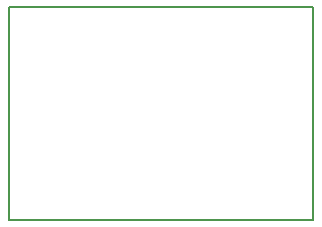
<source format=gbr>
%FSLAX34Y34*%
%MOMM*%
%LNOUTLINE*%
G71*
G01*
%ADD10C, 0.200*%
%LPD*%
G54D10*
X0Y0D02*
X257175Y397D01*
X256778Y180975D01*
X-397Y180975D01*
X0Y0D01*
M02*

</source>
